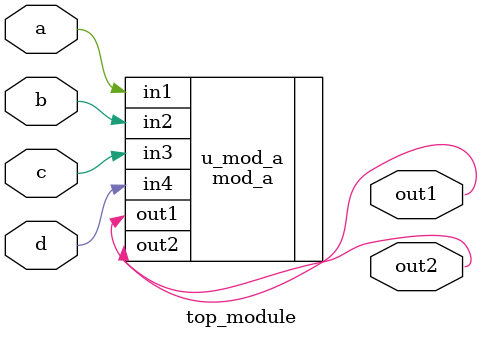
<source format=v>
module top_module ( 
    input a, 
    input b, 
    input c,
    input d,
    output out1,
    output out2
);

    mod_a u_mod_a (
        .out1(out1), 
        .out2(out2), 
        .in1(a), 
        .in2(b), 
        .in3(c), 
        .in4(d)
    );

endmodule
</source>
